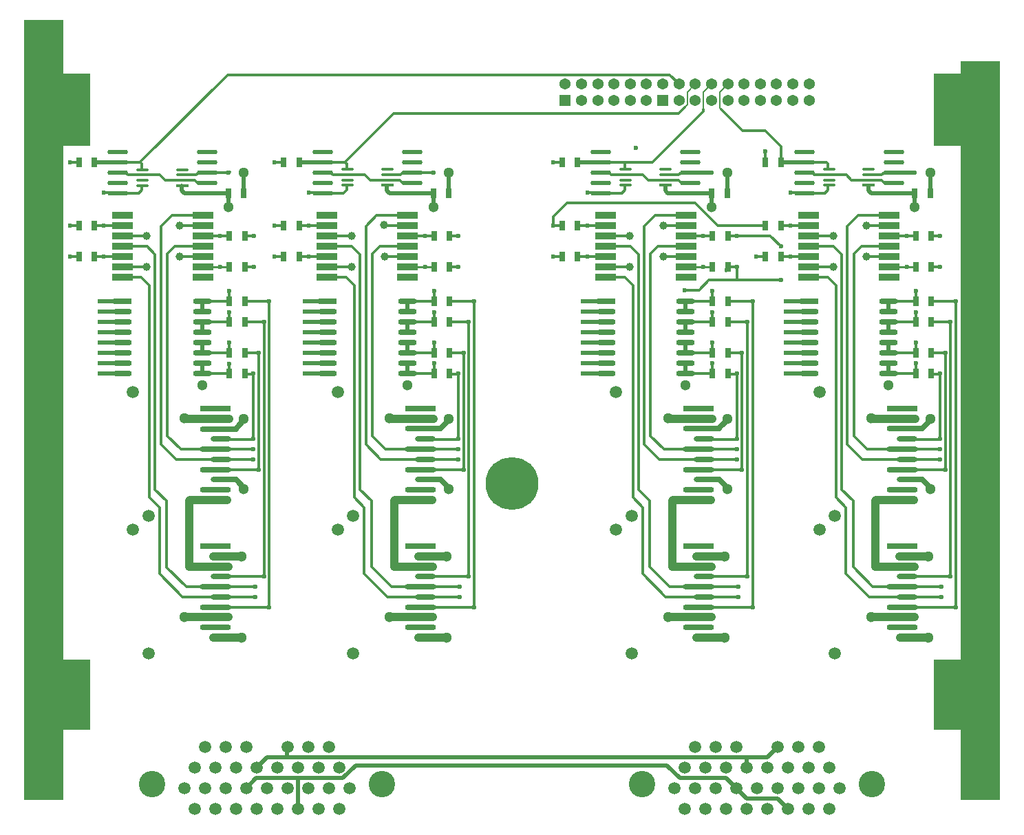
<source format=gtl>
G04*
G04 #@! TF.GenerationSoftware,Altium Limited,Altium Designer,20.1.10 (176)*
G04*
G04 Layer_Physical_Order=1*
G04 Layer_Color=5064179*
%FSAX42Y42*%
%MOMM*%
G71*
G04*
G04 #@! TF.SameCoordinates,05C6C66F-C92C-4908-9B6B-627AEAEC3FAA*
G04*
G04*
G04 #@! TF.FilePolarity,Positive*
G04*
G01*
G75*
%ADD11C,0.25*%
%ADD12C,0.20*%
%ADD37R,2.54X0.81*%
%ADD38R,0.80X1.30*%
%ADD39O,2.50X0.70*%
%ADD40O,3.80X0.70*%
%ADD41R,3.80X0.70*%
%ADD42O,2.29X0.70*%
%ADD43R,2.29X0.70*%
%ADD44O,1.50X0.38*%
%ADD45R,1.50X0.38*%
%ADD46R,2.54X0.56*%
%ADD47O,2.54X0.56*%
%ADD48C,0.30*%
%ADD49C,1.00*%
%ADD50C,0.50*%
%ADD51C,0.70*%
%ADD52C,1.50*%
%ADD53C,3.25*%
%ADD54C,1.52*%
%ADD55C,1.37*%
%ADD56R,1.37X1.37*%
%ADD57C,6.50*%
%ADD58C,6.35*%
%ADD59C,3.81*%
%ADD60C,0.60*%
%ADD61C,1.00*%
%ADD62C,1.30*%
G36*
X005326Y022675D02*
X005808D01*
Y022014D01*
X006138D01*
Y021125D01*
X005808D01*
Y014801D01*
X006138D01*
Y013937D01*
X005808D01*
Y013073D01*
X005326D01*
Y022675D01*
D02*
G37*
G36*
X017326Y022167D02*
X016843D01*
Y022014D01*
X016513D01*
Y021125D01*
X016843D01*
Y014801D01*
X016513D01*
Y013937D01*
X016843D01*
Y013073D01*
X017326D01*
Y022167D01*
D02*
G37*
D11*
X010040Y019633D02*
X010258D01*
X010367D01*
X016183D02*
X016292D01*
X015965D02*
X016183D01*
X013683D02*
X013792D01*
X013465D02*
X013683D01*
X007738Y019633D02*
X007847D01*
X007520D02*
X007738D01*
D12*
X013679Y021575D02*
Y021783D01*
X013780Y021884D01*
X013882Y021785D02*
X013980Y021884D01*
X013882Y021593D02*
Y021785D01*
Y021593D02*
X013900Y021575D01*
X013453Y021603D02*
X013482Y021632D01*
Y021785D01*
X013580Y021884D01*
D37*
X009050Y020014D02*
D03*
Y019506D02*
D03*
Y019887D02*
D03*
Y019633D02*
D03*
Y019760D02*
D03*
X010040Y019506D02*
D03*
Y019633D02*
D03*
Y019760D02*
D03*
Y019887D02*
D03*
Y020014D02*
D03*
X009050Y020268D02*
D03*
Y020141D02*
D03*
X010040D02*
D03*
Y020268D02*
D03*
X013465D02*
D03*
Y020141D02*
D03*
X012475D02*
D03*
Y020268D02*
D03*
X013465Y020014D02*
D03*
Y019887D02*
D03*
Y019760D02*
D03*
Y019633D02*
D03*
Y019506D02*
D03*
X012475Y019760D02*
D03*
Y019633D02*
D03*
Y019887D02*
D03*
Y019506D02*
D03*
Y020014D02*
D03*
X015965Y020268D02*
D03*
Y020141D02*
D03*
X014975D02*
D03*
Y020268D02*
D03*
X015965Y020014D02*
D03*
Y019887D02*
D03*
Y019760D02*
D03*
Y019633D02*
D03*
Y019506D02*
D03*
X014975Y019760D02*
D03*
Y019633D02*
D03*
Y019887D02*
D03*
Y019506D02*
D03*
Y020014D02*
D03*
X006530Y020014D02*
D03*
Y019506D02*
D03*
Y019887D02*
D03*
Y019633D02*
D03*
Y019760D02*
D03*
X007520Y019506D02*
D03*
Y019633D02*
D03*
Y019760D02*
D03*
Y019887D02*
D03*
Y020014D02*
D03*
X006530Y020268D02*
D03*
Y020141D02*
D03*
X007520D02*
D03*
Y020268D02*
D03*
D38*
X008517Y020141D02*
D03*
X008707D02*
D03*
X008517Y019760D02*
D03*
X008707D02*
D03*
X010557Y020014D02*
D03*
X010367D02*
D03*
X010357Y020543D02*
D03*
X010547D02*
D03*
X008707Y020924D02*
D03*
X008517D02*
D03*
X010367Y018319D02*
D03*
X010557D02*
D03*
X010367Y018573D02*
D03*
X010557D02*
D03*
X010367Y018954D02*
D03*
X010557D02*
D03*
X010367Y019633D02*
D03*
X010557D02*
D03*
X010367Y019208D02*
D03*
X010557D02*
D03*
X013982Y020014D02*
D03*
X013792D02*
D03*
X011942Y019760D02*
D03*
X012132D02*
D03*
X011942Y020141D02*
D03*
X012132D02*
D03*
X013972Y020543D02*
D03*
X013782D02*
D03*
X011942Y020924D02*
D03*
X012132D02*
D03*
X013792Y018319D02*
D03*
X013982D02*
D03*
X013792Y018573D02*
D03*
X013982D02*
D03*
X013792Y018954D02*
D03*
X013982D02*
D03*
Y019633D02*
D03*
X013792D02*
D03*
Y019208D02*
D03*
X013982D02*
D03*
X016482Y020014D02*
D03*
X016292D02*
D03*
X014632Y019760D02*
D03*
X014442D02*
D03*
X014632Y020141D02*
D03*
X014442D02*
D03*
X016472Y020543D02*
D03*
X016282D02*
D03*
X014442Y020924D02*
D03*
X014632D02*
D03*
X016292Y018319D02*
D03*
X016482D02*
D03*
X016292Y018573D02*
D03*
X016482D02*
D03*
X016292Y018954D02*
D03*
X016482D02*
D03*
Y019633D02*
D03*
X016292D02*
D03*
Y019208D02*
D03*
X016482D02*
D03*
X005997Y020141D02*
D03*
X006187D02*
D03*
X005997Y019760D02*
D03*
X006187D02*
D03*
X008037Y020014D02*
D03*
X007847D02*
D03*
X007837Y020542D02*
D03*
X008027D02*
D03*
X006187Y020923D02*
D03*
X005997D02*
D03*
X008037Y018319D02*
D03*
X007847D02*
D03*
X008037Y018573D02*
D03*
X007847D02*
D03*
X008037Y018954D02*
D03*
X007847D02*
D03*
Y019633D02*
D03*
X008037D02*
D03*
Y019208D02*
D03*
X007847D02*
D03*
D39*
X010262Y016071D02*
D03*
Y015821D02*
D03*
Y015571D02*
D03*
Y015321D02*
D03*
Y015071D02*
D03*
Y017766D02*
D03*
Y017516D02*
D03*
Y017266D02*
D03*
Y017016D02*
D03*
Y016766D02*
D03*
X013687Y017766D02*
D03*
Y017516D02*
D03*
Y017266D02*
D03*
Y017016D02*
D03*
Y016766D02*
D03*
Y016071D02*
D03*
Y015821D02*
D03*
Y015571D02*
D03*
Y015321D02*
D03*
Y015071D02*
D03*
X016187D02*
D03*
Y015321D02*
D03*
Y015571D02*
D03*
Y015821D02*
D03*
Y016071D02*
D03*
Y016766D02*
D03*
Y017016D02*
D03*
Y017266D02*
D03*
Y017516D02*
D03*
Y017766D02*
D03*
X007742Y015071D02*
D03*
Y015321D02*
D03*
Y015571D02*
D03*
Y015821D02*
D03*
Y016071D02*
D03*
Y016765D02*
D03*
Y017015D02*
D03*
Y017265D02*
D03*
Y017515D02*
D03*
Y017765D02*
D03*
D40*
X010197Y015946D02*
D03*
Y015696D02*
D03*
Y015446D02*
D03*
Y015196D02*
D03*
Y017641D02*
D03*
Y017391D02*
D03*
Y017141D02*
D03*
Y016891D02*
D03*
X013622Y017641D02*
D03*
Y017391D02*
D03*
Y017141D02*
D03*
Y016891D02*
D03*
Y015946D02*
D03*
Y015696D02*
D03*
Y015446D02*
D03*
Y015196D02*
D03*
X016122D02*
D03*
Y015446D02*
D03*
Y015696D02*
D03*
Y015946D02*
D03*
Y016891D02*
D03*
Y017141D02*
D03*
Y017391D02*
D03*
Y017641D02*
D03*
X007677Y015196D02*
D03*
Y015446D02*
D03*
Y015696D02*
D03*
Y015946D02*
D03*
Y016890D02*
D03*
Y017140D02*
D03*
Y017390D02*
D03*
Y017640D02*
D03*
D41*
X010197Y016196D02*
D03*
Y017891D02*
D03*
X013622D02*
D03*
Y016196D02*
D03*
X016122D02*
D03*
Y017891D02*
D03*
X007677Y016196D02*
D03*
Y017890D02*
D03*
D42*
X010034Y018319D02*
D03*
Y018446D02*
D03*
Y018573D02*
D03*
Y018700D02*
D03*
Y018827D02*
D03*
Y018954D02*
D03*
Y019081D02*
D03*
Y019208D02*
D03*
X009056Y018319D02*
D03*
Y018446D02*
D03*
Y018573D02*
D03*
Y018700D02*
D03*
Y018827D02*
D03*
Y018954D02*
D03*
Y019081D02*
D03*
X013459Y018319D02*
D03*
Y018446D02*
D03*
Y018573D02*
D03*
Y018700D02*
D03*
Y018827D02*
D03*
Y018954D02*
D03*
Y019081D02*
D03*
Y019208D02*
D03*
X012481Y018319D02*
D03*
Y018446D02*
D03*
Y018573D02*
D03*
Y018700D02*
D03*
Y018827D02*
D03*
Y018954D02*
D03*
Y019081D02*
D03*
X015959Y018319D02*
D03*
Y018446D02*
D03*
Y018573D02*
D03*
Y018700D02*
D03*
Y018827D02*
D03*
Y018954D02*
D03*
Y019081D02*
D03*
Y019208D02*
D03*
X014981Y018319D02*
D03*
Y018446D02*
D03*
Y018573D02*
D03*
Y018700D02*
D03*
Y018827D02*
D03*
Y018954D02*
D03*
Y019081D02*
D03*
X007514Y018319D02*
D03*
Y018446D02*
D03*
Y018573D02*
D03*
Y018700D02*
D03*
Y018827D02*
D03*
Y018954D02*
D03*
Y019081D02*
D03*
Y019208D02*
D03*
X006536Y018319D02*
D03*
Y018446D02*
D03*
Y018573D02*
D03*
Y018700D02*
D03*
Y018827D02*
D03*
Y018954D02*
D03*
Y019081D02*
D03*
D43*
X009056Y019208D02*
D03*
X012481D02*
D03*
X014981D02*
D03*
X006536Y019208D02*
D03*
D44*
X009300Y020833D02*
D03*
Y020768D02*
D03*
Y020703D02*
D03*
Y020638D02*
D03*
X009790Y020833D02*
D03*
Y020768D02*
D03*
Y020703D02*
D03*
X013215D02*
D03*
Y020768D02*
D03*
Y020833D02*
D03*
X012725Y020638D02*
D03*
Y020703D02*
D03*
Y020768D02*
D03*
Y020833D02*
D03*
X015225D02*
D03*
Y020768D02*
D03*
Y020703D02*
D03*
Y020638D02*
D03*
X015715Y020833D02*
D03*
Y020768D02*
D03*
Y020703D02*
D03*
X006780Y020832D02*
D03*
Y020767D02*
D03*
Y020702D02*
D03*
Y020637D02*
D03*
X007270Y020832D02*
D03*
Y020767D02*
D03*
Y020702D02*
D03*
D45*
X009790Y020638D02*
D03*
X013215D02*
D03*
X015715D02*
D03*
X007270Y020637D02*
D03*
D46*
X010095Y020543D02*
D03*
X013520D02*
D03*
X016020D02*
D03*
X007575Y020542D02*
D03*
D47*
X010095Y020670D02*
D03*
Y020796D02*
D03*
Y020924D02*
D03*
Y021051D02*
D03*
X008995Y020543D02*
D03*
Y020670D02*
D03*
Y020796D02*
D03*
Y020924D02*
D03*
Y021051D02*
D03*
X012420D02*
D03*
Y020924D02*
D03*
Y020796D02*
D03*
Y020670D02*
D03*
Y020543D02*
D03*
X013520Y021051D02*
D03*
Y020924D02*
D03*
Y020796D02*
D03*
Y020670D02*
D03*
X016020D02*
D03*
Y020796D02*
D03*
Y020924D02*
D03*
Y021051D02*
D03*
X014920Y020543D02*
D03*
Y020670D02*
D03*
Y020796D02*
D03*
Y020924D02*
D03*
Y021051D02*
D03*
X007575Y020669D02*
D03*
Y020796D02*
D03*
Y020923D02*
D03*
Y021050D02*
D03*
X006475Y020542D02*
D03*
Y020669D02*
D03*
Y020796D02*
D03*
Y020923D02*
D03*
Y021050D02*
D03*
D48*
X014100Y019475D02*
X014632D01*
X013750D02*
X014100D01*
X014091Y019484D02*
Y019633D01*
Y019484D02*
X014100Y019475D01*
X013450Y019350D02*
X013625D01*
X013750Y019475D01*
X013957Y019582D02*
Y019608D01*
X013982Y019633D01*
X014091D01*
X011831Y019760D02*
X011942D01*
X009759Y020141D02*
X010040D01*
X009750Y020150D02*
X009759Y020141D01*
X010095Y020796D02*
X010346D01*
X010350Y020800D01*
X008406Y019760D02*
X008517D01*
X008406Y020141D02*
X008517D01*
X008696Y019760D02*
X008696Y019760D01*
X008828D02*
X008828Y019760D01*
X008828Y020546D02*
X008828Y020546D01*
X009050Y019633D02*
X009053Y019630D01*
X009050Y019760D02*
X009050Y019760D01*
Y019887D02*
X009050Y019887D01*
X008991Y020546D02*
X008995Y020543D01*
X009091Y020796D02*
X009120Y020768D01*
X008985Y020796D02*
X009091D01*
X009253Y020543D02*
X009290Y020579D01*
Y020638D01*
Y020833D02*
Y020903D01*
X009604Y019793D02*
X009699Y019887D01*
X009819Y017770D02*
X009823Y017766D01*
X009780Y020768D02*
X009790D01*
X009979Y020670D02*
X010085D01*
X009979Y020796D02*
X010085D01*
X010197Y015696D02*
X010198Y015695D01*
X010195D02*
X010197Y015696D01*
X010262Y017516D02*
X010267Y017511D01*
X010683Y015695D02*
X010684Y015696D01*
X010660Y017511D02*
X010665Y017516D01*
Y017524D02*
X010670Y017519D01*
X010650Y018312D02*
X010657Y018319D01*
X010665Y018308D02*
Y018319D01*
Y018308D02*
X010674Y018316D01*
X010657Y018319D02*
X010665D01*
X010593Y018573D02*
X010730D01*
X010795Y015821D02*
X010795D01*
X008406Y020924D02*
X008517D01*
X008985D02*
X008995D01*
X009270D02*
X009290Y020903D01*
X009387Y016795D02*
X009507Y016675D01*
Y015856D02*
Y016675D01*
X009387Y016795D02*
Y019405D01*
X009454Y019789D02*
X009454Y016895D01*
X009604Y017555D02*
Y019793D01*
X010665Y017524D02*
Y018308D01*
X010730Y017141D02*
Y018573D01*
X009527Y017450D02*
Y020135D01*
X009597Y015939D02*
Y016753D01*
X010795Y015821D02*
X010795Y018954D01*
X010860Y015446D02*
Y019208D01*
X008696Y019760D02*
X008828D01*
X008696Y020141D02*
X008828D01*
X008828Y020546D02*
X008991D01*
X009356Y019887D02*
X009454Y019789D01*
X009527Y020135D02*
X009660Y020268D01*
X009577Y020703D02*
X009790D01*
X009120Y020768D02*
X009290D01*
X009300D02*
X009512D01*
X010557Y018319D02*
X010564Y018312D01*
X010650D01*
X010052Y018319D02*
X010367D01*
Y018446D01*
Y018447D02*
X010370Y018451D01*
X010052Y018573D02*
X010367D01*
X010052Y018954D02*
X010367D01*
Y019076D01*
X010034Y019208D02*
X010367D01*
Y019332D02*
X010370Y019335D01*
Y019351D01*
X010040Y020014D02*
X010258D01*
X010367D01*
X010557D02*
X010557Y020015D01*
X009946Y020703D02*
X009979Y020670D01*
X009950Y020768D02*
X009979Y020796D01*
X009507Y015856D02*
X009792Y015571D01*
X009454Y016895D02*
X009597Y016753D01*
X009604Y017555D02*
X009769Y017390D01*
X009527Y017450D02*
X009711Y017266D01*
X009285Y019506D02*
X009387Y019405D01*
X009512Y020768D02*
X009577Y020703D01*
X010367Y018573D02*
Y018701D01*
Y019208D02*
Y019332D01*
X009840Y015695D02*
X010195D01*
X009769Y017390D02*
X010197D01*
X009050Y019633D02*
X009352D01*
X008828Y019760D02*
X009050D01*
X009759Y019760D02*
X010040D01*
X009050Y019887D02*
X009356D01*
X009699D02*
X010040D01*
X009050Y020014D02*
X009352D01*
X008828Y020141D02*
X009050D01*
X009660Y020268D02*
X010040D01*
X008995Y020543D02*
X009253D01*
X009790Y020703D02*
X009946D01*
X009790Y020768D02*
X009950D01*
X010361Y017141D02*
X010730D01*
X010593Y018954D02*
X010795D01*
X010557Y019208D02*
X010860D01*
X010557Y019633D02*
X010666D01*
X010557Y020015D02*
X010666D01*
X009597Y015939D02*
X009840Y015695D01*
X009050Y019506D02*
X009285D01*
X008995Y020924D02*
X009270D01*
X010262Y015571D02*
X010684D01*
X009792D02*
X010262D01*
X010198Y015695D02*
X010683D01*
X010262Y015821D02*
X010795D01*
X010197Y017391D02*
X010665D01*
X010267Y017511D02*
X010660D01*
X010197Y015446D02*
X010860D01*
X010262Y017266D02*
X010665D01*
X009711D02*
X010262D01*
X007844Y020794D02*
X007850Y020800D01*
X007816Y020794D02*
X007844D01*
X007814Y020792D02*
X007816Y020794D01*
X007575Y020796D02*
X007579Y020792D01*
X007814D01*
X007575Y020796D02*
X007674D01*
X007239Y020141D02*
X007520D01*
X007270Y020767D02*
X007440D01*
X007469Y020796D01*
X007565D01*
X013679Y021546D02*
Y021575D01*
X012695Y020924D02*
X013056D01*
X013679Y021546D01*
X012715Y020833D02*
Y020903D01*
X014091Y020015D02*
X014503D01*
X014632Y019887D01*
X013859Y020141D02*
X014442D01*
X011831Y020142D02*
Y020256D01*
X012000Y020425D01*
X013575D01*
X013859Y020141D01*
X014162Y021312D02*
X014438D01*
X014632Y020924D02*
Y021118D01*
X014438Y021312D02*
X014632Y021118D01*
X013900Y021575D02*
X014162Y021312D01*
X013375Y021525D02*
X013453Y021603D01*
X012420Y020924D02*
X012695D01*
X012410D02*
X012420D01*
X009871Y021525D02*
X013375D01*
X009270Y020924D02*
X009871Y021525D01*
X006748Y020923D02*
X007825Y022000D01*
X013264D01*
X006475Y020923D02*
X006750D01*
X006770Y020832D02*
Y020903D01*
X013264Y022000D02*
X013380Y021884D01*
X006465Y020923D02*
X006475D01*
X014440Y021057D02*
X014441Y021056D01*
Y020924D02*
Y021056D01*
Y020924D02*
X014442Y020924D01*
X016120Y015695D02*
X016122Y015696D01*
X016123Y015695D01*
X015744Y017770D02*
X015748Y017766D01*
X016295Y019335D02*
Y019351D01*
X016292Y019332D02*
X016295Y019335D01*
X016292Y019208D02*
Y019332D01*
X016482Y019633D02*
X016591D01*
X016292Y018954D02*
Y019076D01*
Y018573D02*
Y018701D01*
Y018447D02*
X016295Y018451D01*
X016292Y018319D02*
Y018446D01*
X014753Y020546D02*
X014916D01*
X014753Y020546D02*
X014753Y020546D01*
X014916D02*
X014920Y020543D01*
X015715Y020703D02*
X015871D01*
X015904Y020670D02*
X016010D01*
X015871Y020703D02*
X015904Y020670D01*
Y020796D02*
X016010D01*
X015875Y020768D02*
X015904Y020796D01*
X015715Y020768D02*
X015875D01*
X015705D02*
X015715D01*
X015215Y020579D02*
Y020638D01*
X015178Y020543D02*
X015215Y020579D01*
X014920Y020543D02*
X015178D01*
X015437Y020768D02*
X015502Y020703D01*
X015715D01*
X015225Y020768D02*
X015437D01*
X014910Y020796D02*
X015016D01*
X015045Y020768D02*
X015215D01*
X015016Y020796D02*
X015045Y020768D01*
X015195Y020924D02*
X015215Y020903D01*
X014910Y020924D02*
X015195D01*
X015215Y020833D02*
Y020903D01*
X015959Y019208D02*
X016292D01*
X015977Y018954D02*
X016292D01*
X015977Y018573D02*
X016292D01*
X015977Y018319D02*
X016292D01*
X016482Y020015D02*
X016591D01*
X016482Y020014D02*
X016482Y020015D01*
X014621Y019760D02*
X014621Y019760D01*
X014331Y019760D02*
X014442D01*
X015585Y020268D02*
X015965D01*
X015452Y020135D02*
X015585Y020268D01*
X015452Y017450D02*
Y020135D01*
X015636Y017266D02*
X016187D01*
X015452Y017450D02*
X015636Y017266D01*
X015624Y019887D02*
X015965D01*
X015529Y019793D02*
X015624Y019887D01*
X015529Y017555D02*
Y019793D01*
X015694Y017390D02*
X016122D01*
X015529Y017555D02*
X015694Y017390D01*
X014975Y019633D02*
X015277D01*
X014975D02*
X014978Y019630D01*
X015281Y019887D02*
X015379Y019789D01*
X014975Y019887D02*
X015281D01*
X015379Y019789D02*
X015379Y016895D01*
X014975Y019887D02*
X014975Y019887D01*
X015522Y015939D02*
X015765Y015695D01*
X016120D01*
X015379Y016895D02*
X015522Y016753D01*
Y015939D02*
Y016753D01*
X015210Y019506D02*
X015312Y019405D01*
Y016795D02*
Y019405D01*
X014975Y019506D02*
X015210D01*
X015432Y015856D02*
X015717Y015571D01*
X016187D01*
X015312Y016795D02*
X015432Y016675D01*
Y015856D02*
Y016675D01*
X014975Y020014D02*
X015277D01*
X016183D02*
X016292D01*
X015965D02*
X016183D01*
X015684Y019760D02*
X015965D01*
X014975Y019760D02*
X014975Y019760D01*
X014753Y019760D02*
X014975D01*
X014753Y019760D02*
X014753Y019760D01*
X014621Y019760D02*
X014753D01*
X015684Y020141D02*
X015965D01*
X014753D02*
X014975D01*
X014621D02*
X014753D01*
X016187Y017266D02*
X016590D01*
X016518Y018573D02*
X016655D01*
Y017141D02*
Y018573D01*
X016286Y017141D02*
X016655D01*
X016122Y017391D02*
X016590D01*
X016582Y018319D02*
X016590D01*
Y018308D02*
X016599Y018316D01*
X016590Y018308D02*
Y018319D01*
X016575Y018312D02*
X016582Y018319D01*
X016489Y018312D02*
X016575D01*
X016590Y017524D02*
Y018308D01*
Y017524D02*
X016595Y017519D01*
X016585Y017511D02*
X016590Y017516D01*
X016482Y018319D02*
X016489Y018312D01*
X016192Y017511D02*
X016585D01*
X016187Y017516D02*
X016192Y017511D01*
X016482Y019208D02*
X016785D01*
Y015446D02*
Y019208D01*
X016122Y015446D02*
X016785D01*
X016187Y015571D02*
X016609D01*
X016518Y018954D02*
X016720D01*
X016720Y015821D02*
X016720D01*
X016720D02*
X016720Y018954D01*
X016187Y015821D02*
X016720D01*
X016608Y015695D02*
X016609Y015696D01*
X016123Y015695D02*
X016608D01*
X013620D02*
X013622Y015696D01*
X013623Y015695D01*
X013244Y017770D02*
X013248Y017766D01*
X013795Y019335D02*
Y019351D01*
X013792Y019332D02*
X013795Y019335D01*
X013792Y019208D02*
Y019332D01*
Y018954D02*
Y019076D01*
Y018573D02*
Y018701D01*
Y018447D02*
X013795Y018451D01*
X013792Y018319D02*
Y018446D01*
X011831Y020924D02*
X011942D01*
X012253Y020546D02*
X012416D01*
X012253Y020546D02*
X012253Y020546D01*
X012416D02*
X012420Y020543D01*
X013215Y020703D02*
X013371D01*
X013404Y020670D02*
X013510D01*
X013371Y020703D02*
X013404Y020670D01*
Y020796D02*
X013510D01*
X013375Y020768D02*
X013404Y020796D01*
X013215Y020768D02*
X013375D01*
X013205D02*
X013215D01*
X012715Y020579D02*
Y020638D01*
X012678Y020543D02*
X012715Y020579D01*
X012420Y020543D02*
X012678D01*
X012937Y020768D02*
X013002Y020703D01*
X013215D01*
X012725Y020768D02*
X012937D01*
X012410Y020796D02*
X012516D01*
X012545Y020768D02*
X012715D01*
X012516Y020796D02*
X012545Y020768D01*
X012695Y020924D02*
X012715Y020903D01*
X013459Y019208D02*
X013792D01*
X013477Y018954D02*
X013792D01*
X013477Y018573D02*
X013792D01*
X013477Y018319D02*
X013792D01*
X013982Y020015D02*
X014091D01*
X013982Y020014D02*
X013982Y020015D01*
X012121Y019760D02*
X012121Y019760D01*
X011831Y020141D02*
X011942D01*
X013085Y020268D02*
X013465D01*
X012952Y020135D02*
X013085Y020268D01*
X012952Y017450D02*
Y020135D01*
X013136Y017266D02*
X013687D01*
X012952Y017450D02*
X013136Y017266D01*
X013124Y019887D02*
X013465D01*
X013029Y019793D02*
X013124Y019887D01*
X013029Y017555D02*
Y019793D01*
X013194Y017390D02*
X013622D01*
X013029Y017555D02*
X013194Y017390D01*
X012475Y019633D02*
X012777D01*
X012475D02*
X012478Y019630D01*
X012781Y019887D02*
X012879Y019789D01*
X012475Y019887D02*
X012781D01*
X012879Y019789D02*
X012879Y016895D01*
X012475Y019887D02*
X012475Y019887D01*
X013022Y015939D02*
X013265Y015695D01*
X013620D01*
X012879Y016895D02*
X013022Y016753D01*
Y015939D02*
Y016753D01*
X012710Y019506D02*
X012812Y019405D01*
Y016795D02*
Y019405D01*
X012475Y019506D02*
X012710D01*
X012932Y015856D02*
X013217Y015571D01*
X013687D01*
X012812Y016795D02*
X012932Y016675D01*
Y015856D02*
Y016675D01*
X012475Y020014D02*
X012777D01*
X013683D02*
X013792D01*
X013465D02*
X013683D01*
X013184Y019760D02*
X013465D01*
X012475Y019760D02*
X012475Y019760D01*
X012253Y019760D02*
X012475D01*
X012253Y019760D02*
X012253Y019760D01*
X012121Y019760D02*
X012253D01*
X013184Y020141D02*
X013465D01*
X012253D02*
X012475D01*
X012121D02*
X012253D01*
X013687Y017266D02*
X014090D01*
X014018Y018573D02*
X014155D01*
Y017141D02*
Y018573D01*
X013786Y017141D02*
X014155D01*
X013622Y017391D02*
X014090D01*
X014082Y018319D02*
X014090D01*
Y018308D02*
X014099Y018316D01*
X014090Y018308D02*
Y018319D01*
X014075Y018312D02*
X014082Y018319D01*
X013989Y018312D02*
X014075D01*
X014090Y017524D02*
Y018308D01*
Y017524D02*
X014095Y017519D01*
X014085Y017511D02*
X014090Y017516D01*
X013982Y018319D02*
X013989Y018312D01*
X013692Y017511D02*
X014085D01*
X013687Y017516D02*
X013692Y017511D01*
X013982Y019208D02*
X014285D01*
Y015446D02*
Y019208D01*
X013622Y015446D02*
X014285D01*
X013687Y015571D02*
X014109D01*
X014018Y018954D02*
X014220D01*
X014220Y015821D02*
X014220D01*
X014220D02*
X014220Y018954D01*
X013687Y015821D02*
X014220D01*
X014108Y015695D02*
X014109Y015696D01*
X013623Y015695D02*
X014108D01*
X006471Y020546D02*
X006475Y020542D01*
X006308Y020546D02*
X006308Y020546D01*
X006471D01*
X006475Y020542D02*
X006733D01*
X007270Y020702D02*
X007426D01*
X007057D02*
X007270D01*
X006992Y020767D02*
X007057Y020702D01*
X006780Y020767D02*
X006992D01*
X007742Y015821D02*
X008275D01*
X007677Y015446D02*
X008340D01*
X008275Y015821D02*
X008275D01*
X008340Y015446D02*
Y019208D01*
X007678Y015695D02*
X008163D01*
X007677Y015696D02*
X007678Y015695D01*
X008163D02*
X008164Y015696D01*
X005886Y020923D02*
X005997D01*
X007260Y020767D02*
X007270D01*
X007850Y019335D02*
Y019350D01*
X007847Y019332D02*
X007850Y019335D01*
X007847Y019208D02*
Y019332D01*
Y018954D02*
Y019075D01*
Y018319D02*
Y018445D01*
Y018447D02*
X007850Y018450D01*
X007847Y018573D02*
Y018700D01*
X007514Y019208D02*
X007847D01*
X008037Y020015D02*
X008146D01*
X008037Y020014D02*
X008037Y020015D01*
X005886Y020141D02*
X005997D01*
X008037Y019208D02*
X008340D01*
X008037Y019633D02*
X008146D01*
X007459Y020669D02*
X007565D01*
X007426Y020702D02*
X007459Y020669D01*
X006770Y020579D02*
Y020637D01*
X006733Y020542D02*
X006770Y020579D01*
X006600Y020767D02*
X006770D01*
X006465Y020796D02*
X006571D01*
X006600Y020767D01*
X006750Y020923D02*
X006770Y020903D01*
X007532Y018319D02*
X007847D01*
X007532Y018573D02*
X007847D01*
X007532Y018954D02*
X007847D01*
X007675Y015695D02*
X007677Y015696D01*
X007299Y017770D02*
X007303Y017765D01*
X005886Y019760D02*
X005997D01*
X006176D02*
X006176Y019759D01*
X006765Y019506D02*
X006867Y019405D01*
Y016795D02*
Y019405D01*
X006530Y019506D02*
X006765D01*
X006987Y015856D02*
X007272Y015571D01*
X007742D01*
X006867Y016795D02*
X006987Y016674D01*
Y015856D02*
Y016674D01*
X006836Y019887D02*
X006934Y019789D01*
X006530Y019887D02*
X006836D01*
X006934Y019789D02*
X006934Y016895D01*
X006530Y019887D02*
X006530Y019887D01*
X007077Y015938D02*
X007320Y015695D01*
X007675D01*
X006934Y016895D02*
X007077Y016752D01*
Y015938D02*
Y016752D01*
X006530Y019633D02*
X006832D01*
X006530D02*
X006533Y019629D01*
X007179Y019887D02*
X007520D01*
X007084Y019792D02*
X007179Y019887D01*
X007084Y017554D02*
Y019792D01*
X007249Y017390D02*
X007677D01*
X007084Y017554D02*
X007249Y017390D01*
X007140Y020268D02*
X007520D01*
X007007Y020135D02*
X007140Y020268D01*
X007007Y017450D02*
Y020135D01*
X007191Y017265D02*
X007742D01*
X007007Y017450D02*
X007191Y017265D01*
X006308Y020141D02*
X006530D01*
X006176D02*
X006308D01*
X006529Y019760D02*
X006530Y019760D01*
X006308Y019760D02*
X006529D01*
X006308Y019759D02*
X006308Y019760D01*
X006176Y019759D02*
X006308D01*
X007239Y019760D02*
X007520D01*
X007738Y020014D02*
X007847D01*
X007520D02*
X007738D01*
X006530D02*
X006832D01*
X008073Y018573D02*
X008210D01*
Y017140D02*
Y018573D01*
X007841Y017140D02*
X008210D01*
X007742Y017265D02*
X008145D01*
X008137Y018319D02*
X008145D01*
Y018307D02*
X008154Y018316D01*
X008145Y018307D02*
Y018319D01*
X008130Y018312D02*
X008137Y018319D01*
X008044Y018312D02*
X008130D01*
X008145Y017523D02*
Y018307D01*
Y017523D02*
X008150Y017518D01*
X008140Y017510D02*
X008145Y017515D01*
X008037Y018319D02*
X008044Y018312D01*
X007747Y017510D02*
X008140D01*
X007742Y017515D02*
X007747Y017510D01*
X007677Y017390D02*
X008145D01*
X007742Y015571D02*
X008164D01*
X008073Y018954D02*
X008275D01*
X008275Y015821D02*
X008275Y018954D01*
D49*
X009819Y015323D02*
X009820Y015321D01*
X009874Y016758D02*
X009882Y016766D01*
X009874Y015946D02*
Y016758D01*
X010262Y015321D02*
X010353D01*
X010197Y015946D02*
X010353D01*
X010262Y016766D02*
X010344D01*
X010262Y017766D02*
X010362D01*
X010172Y015070D02*
X010518D01*
X010520Y015071D01*
X010170Y016071D02*
X010262D01*
X010520D01*
X009874Y015946D02*
X010197D01*
X009820Y015321D02*
X010262D01*
X009882Y016766D02*
X010262D01*
X009823Y017766D02*
X010262D01*
X016187D02*
X016287D01*
X016187Y016766D02*
X016269D01*
X016187Y016071D02*
X016445D01*
X016095D02*
X016187D01*
X016122Y015946D02*
X016278D01*
X015807Y016766D02*
X016187D01*
X015799Y016758D02*
X015807Y016766D01*
X015799Y015946D02*
X016122D01*
X015799D02*
Y016758D01*
X016187Y015321D02*
X016278D01*
X015748Y017766D02*
X016187D01*
X015745Y015321D02*
X016187D01*
X015744Y015323D02*
X015745Y015321D01*
X016443Y015070D02*
X016445Y015071D01*
X016097Y015070D02*
X016443D01*
X013687Y017766D02*
X013787D01*
X013687Y016766D02*
X013769D01*
X013687Y016071D02*
X013945D01*
X013595D02*
X013687D01*
X013622Y015946D02*
X013778D01*
X013307Y016766D02*
X013687D01*
X013299Y016758D02*
X013307Y016766D01*
X013299Y015946D02*
X013622D01*
X013299D02*
Y016758D01*
X013687Y015321D02*
X013778D01*
X013248Y017766D02*
X013687D01*
X013245Y015321D02*
X013687D01*
X013244Y015323D02*
X013245Y015321D01*
X013943Y015070D02*
X013945Y015071D01*
X013597Y015070D02*
X013943D01*
X007742Y016071D02*
X008000D01*
X007650D02*
X007742D01*
X007299Y015322D02*
X007300Y015321D01*
X007677Y015946D02*
X007833D01*
X007354D02*
X007677D01*
X007652Y015069D02*
X007998D01*
X008000Y015071D01*
X007354Y015946D02*
Y016758D01*
X007742Y016765D02*
X007824D01*
X007362D02*
X007742D01*
X007354Y016758D02*
X007362Y016765D01*
X007742Y017765D02*
X007842D01*
X007742Y015321D02*
X007833D01*
X007303Y017765D02*
X007742D01*
X007300Y015321D02*
X007742D01*
D50*
X009784Y020575D02*
Y020633D01*
X010034Y018319D02*
Y018446D01*
X010085Y020796D02*
X010086Y020798D01*
X010095Y020796D02*
X010096Y020797D01*
X008984Y020922D02*
X008985Y020924D01*
X009784Y020575D02*
X009817Y020543D01*
X010034Y018573D02*
Y018700D01*
Y018827D02*
Y018954D01*
Y019081D02*
Y019208D01*
X010357Y020375D02*
X010357Y020375D01*
X008719Y020918D02*
X008724Y020922D01*
X008984D01*
X010095Y020543D02*
X010357D01*
X010547D02*
Y020798D01*
X010357Y020375D02*
Y020543D01*
X008774Y018319D02*
X009074D01*
X008774Y018446D02*
X009074D01*
X008774Y018573D02*
X009074D01*
X008774Y018827D02*
X009074D01*
X008774Y018954D02*
X009074D01*
X008774Y019208D02*
X009074D01*
X008774Y018700D02*
X009074D01*
X008774Y019081D02*
X009074D01*
X009817Y020543D02*
X010095D01*
X007565Y020796D02*
X007565Y020796D01*
X016011Y020798D02*
X016282D01*
X013511D02*
X013782D01*
X016282Y020375D02*
Y020543D01*
X016282Y020375D02*
X016282Y020375D01*
X014909Y020922D02*
X014910Y020924D01*
X014649Y020922D02*
X014909D01*
X014644Y020918D02*
X014649Y020922D01*
X016472Y020543D02*
Y020798D01*
X016010Y020796D02*
X016011Y020798D01*
X016020Y020543D02*
X016282D01*
X015709Y020575D02*
Y020633D01*
Y020575D02*
X015742Y020543D01*
X016020D01*
X015959Y019081D02*
Y019208D01*
Y018827D02*
Y018954D01*
Y018573D02*
Y018700D01*
Y018319D02*
Y018446D01*
X014699Y019208D02*
X014999D01*
X014699Y019081D02*
X014999D01*
X014699Y018954D02*
X014999D01*
X014699Y018827D02*
X014999D01*
X014699Y018700D02*
X014999D01*
X014699Y018573D02*
X014999D01*
X014699Y018446D02*
X014999D01*
X014699Y018319D02*
X014999D01*
X013782Y020375D02*
Y020543D01*
X013782Y020375D02*
X013782Y020375D01*
X012409Y020922D02*
X012410Y020924D01*
X012149Y020922D02*
X012409D01*
X012144Y020918D02*
X012149Y020922D01*
X013972Y020543D02*
Y020798D01*
X013510Y020796D02*
X013511Y020798D01*
X013520Y020543D02*
X013782D01*
X013209Y020575D02*
Y020633D01*
Y020575D02*
X013242Y020543D01*
X013520D01*
X013459Y019081D02*
Y019208D01*
Y018827D02*
Y018954D01*
Y018573D02*
Y018700D01*
Y018319D02*
Y018446D01*
X012199Y019208D02*
X012499D01*
X012199Y019081D02*
X012499D01*
X012199Y018954D02*
X012499D01*
X012199Y018827D02*
X012499D01*
X012199Y018700D02*
X012499D01*
X012199Y018573D02*
X012499D01*
X012199Y018446D02*
X012499D01*
X012199Y018319D02*
X012499D01*
X008308Y013597D02*
X008560D01*
Y013600D02*
Y013722D01*
Y013597D02*
Y013600D01*
X014213D01*
X008560Y013722D02*
X008562Y013724D01*
X014470Y013600D02*
X014594Y013724D01*
X008181Y013470D02*
X008308Y013597D01*
X014213Y013600D02*
X014470D01*
X014213Y013470D02*
Y013600D01*
X008689Y012962D02*
Y013320D01*
X008054Y013216D02*
X008178Y013340D01*
X013230Y013500D02*
X013390Y013340D01*
X014086Y013216D02*
X014213Y013089D01*
X009240Y013340D02*
X009400Y013500D01*
X013230Y013500D01*
X014594Y013089D02*
X014721Y012962D01*
X008709Y013340D02*
X009240D01*
X013962D02*
X014086Y013216D01*
X014213Y013089D02*
X014594D01*
X008178Y013340D02*
X008709D01*
X008689Y013320D02*
X008709Y013340D01*
X013390D02*
X013962D01*
X007514Y019081D02*
Y019208D01*
Y018827D02*
Y018954D01*
Y018573D02*
Y018700D01*
Y018319D02*
Y018446D01*
X007575Y020542D02*
X007837D01*
X007297D02*
X007575D01*
X007837Y020374D02*
Y020542D01*
X007837Y020374D02*
X007837Y020374D01*
X008027Y020542D02*
Y020797D01*
X007264Y020574D02*
Y020633D01*
Y020574D02*
X007297Y020542D01*
X006464Y020922D02*
X006465Y020923D01*
X006204Y020922D02*
X006464D01*
X006199Y020917D02*
X006204Y020922D01*
X006254Y019208D02*
X006554D01*
X006254Y019081D02*
X006554D01*
X006254Y018954D02*
X006554D01*
X006254Y018827D02*
X006554D01*
X006254Y018700D02*
X006554D01*
X006254Y018573D02*
X006554D01*
X006254Y018446D02*
X006554D01*
X006254Y018319D02*
X006554D01*
D51*
X010262Y017016D02*
X010446D01*
X010199Y017641D02*
X010446D01*
Y017016D02*
X010564Y016898D01*
X010444Y017641D02*
X010564Y017761D01*
X016369Y017641D02*
X016489Y017761D01*
X016124Y017641D02*
X016371D01*
Y017016D02*
X016489Y016898D01*
X016187Y017016D02*
X016371D01*
X013869Y017641D02*
X013989Y017761D01*
X013624Y017641D02*
X013871D01*
Y017016D02*
X013989Y016898D01*
X013687Y017016D02*
X013871D01*
X007924Y017640D02*
X008044Y017760D01*
X007678Y017640D02*
X007926D01*
Y017015D02*
X008044Y016897D01*
X007742Y017015D02*
X007926D01*
D52*
X009371Y014875D02*
D03*
X009181Y016399D02*
D03*
X009371Y016569D02*
D03*
X009181Y018093D02*
D03*
X012796Y016569D02*
D03*
X012606Y018093D02*
D03*
X012796Y014875D02*
D03*
X012606Y016399D02*
D03*
X015106D02*
D03*
X015296Y014875D02*
D03*
X015106Y018093D02*
D03*
X015296Y016569D02*
D03*
X006661Y016398D02*
D03*
X006851Y014874D02*
D03*
X006661Y018093D02*
D03*
X006851Y016569D02*
D03*
D53*
X006893Y013267D02*
D03*
X009725D02*
D03*
X012925D02*
D03*
X015757D02*
D03*
D54*
X008435Y013470D02*
D03*
X007673D02*
D03*
X007927D02*
D03*
X008181D02*
D03*
X007419D02*
D03*
X008689D02*
D03*
X008943D02*
D03*
X009197D02*
D03*
X008054Y013216D02*
D03*
X009324D02*
D03*
X007292D02*
D03*
X007546D02*
D03*
X007800D02*
D03*
X008308D02*
D03*
X008562D02*
D03*
X008816D02*
D03*
X009070D02*
D03*
X007419Y012962D02*
D03*
X007673D02*
D03*
X007927D02*
D03*
X008181D02*
D03*
X008435D02*
D03*
X008689D02*
D03*
X008943D02*
D03*
X009197D02*
D03*
X008562Y013724D02*
D03*
X007800D02*
D03*
X008054D02*
D03*
X007546D02*
D03*
X008816D02*
D03*
X009070D02*
D03*
X014467Y013470D02*
D03*
X013705D02*
D03*
X013959D02*
D03*
X014213D02*
D03*
X013451D02*
D03*
X014721D02*
D03*
X014975D02*
D03*
X015229D02*
D03*
X014086Y013216D02*
D03*
X015356D02*
D03*
X013324D02*
D03*
X013578D02*
D03*
X013832D02*
D03*
X014340D02*
D03*
X014594D02*
D03*
X014848D02*
D03*
X015102D02*
D03*
X013451Y012962D02*
D03*
X013705D02*
D03*
X013959D02*
D03*
X014213D02*
D03*
X014467D02*
D03*
X014721D02*
D03*
X014975D02*
D03*
X015229D02*
D03*
X014594Y013724D02*
D03*
X013832D02*
D03*
X014086D02*
D03*
X013578D02*
D03*
X014848D02*
D03*
X015102D02*
D03*
D55*
X014980Y021884D02*
D03*
X014780D02*
D03*
X014580D02*
D03*
X014180Y021684D02*
D03*
X014380Y021884D02*
D03*
Y021684D02*
D03*
X014180Y021884D02*
D03*
X013180D02*
D03*
X013380Y021684D02*
D03*
Y021884D02*
D03*
X013580D02*
D03*
X013780D02*
D03*
X013980Y021684D02*
D03*
Y021884D02*
D03*
X013580Y021684D02*
D03*
X013780D02*
D03*
X014980D02*
D03*
X014780D02*
D03*
X014580D02*
D03*
X012780Y021884D02*
D03*
Y021684D02*
D03*
X012580Y021884D02*
D03*
Y021684D02*
D03*
X012380Y021884D02*
D03*
Y021684D02*
D03*
X012180Y021884D02*
D03*
Y021684D02*
D03*
X011980Y021884D02*
D03*
X012980D02*
D03*
Y021684D02*
D03*
D56*
X013180D02*
D03*
X011980D02*
D03*
D57*
X011326Y016967D02*
D03*
D58*
X016926Y021567D02*
D03*
Y014367D02*
D03*
X005726D02*
D03*
Y021567D02*
D03*
D59*
X017076Y016467D02*
D03*
Y019467D02*
D03*
X005576D02*
D03*
X005576Y016467D02*
D03*
D60*
X013450Y019350D02*
D03*
X013792Y019335D02*
D03*
X011831Y019760D02*
D03*
X012850Y021100D02*
D03*
X010357Y020796D02*
D03*
X008406Y019760D02*
D03*
X008828Y019760D02*
D03*
X010258Y019633D02*
D03*
Y020014D02*
D03*
X010684Y015571D02*
D03*
Y015696D02*
D03*
X010665Y017391D02*
D03*
Y017516D02*
D03*
X010666Y019633D02*
D03*
Y020015D02*
D03*
X010860Y019208D02*
D03*
X008406Y020141D02*
D03*
Y020924D02*
D03*
X008828Y020141D02*
D03*
Y020546D02*
D03*
X010665Y017266D02*
D03*
Y018319D02*
D03*
X010860Y015446D02*
D03*
X008774Y018446D02*
D03*
Y018573D02*
D03*
Y018827D02*
D03*
Y018954D02*
D03*
Y019208D02*
D03*
X010367Y018446D02*
D03*
X010730Y017141D02*
D03*
Y018573D02*
D03*
X010795Y018954D02*
D03*
X008774Y018319D02*
D03*
Y018700D02*
D03*
Y019081D02*
D03*
X010367Y018701D02*
D03*
Y019076D02*
D03*
Y019335D02*
D03*
X010795Y015821D02*
D03*
X007837Y020796D02*
D03*
X014632Y019887D02*
D03*
Y019475D02*
D03*
X014442Y021057D02*
D03*
X016292Y019335D02*
D03*
X016591Y019633D02*
D03*
X016292Y019076D02*
D03*
Y018701D02*
D03*
Y018446D02*
D03*
X014753Y020546D02*
D03*
X016282Y020798D02*
D03*
X014699Y019208D02*
D03*
Y019081D02*
D03*
Y018954D02*
D03*
Y018827D02*
D03*
Y018700D02*
D03*
Y018573D02*
D03*
Y018446D02*
D03*
Y018319D02*
D03*
X016591Y020015D02*
D03*
X014331Y019760D02*
D03*
X016183Y019633D02*
D03*
Y020014D02*
D03*
X014753Y019760D02*
D03*
Y020141D02*
D03*
X016590Y017266D02*
D03*
X016655Y018573D02*
D03*
Y017141D02*
D03*
X016590Y017391D02*
D03*
Y018319D02*
D03*
Y017516D02*
D03*
X016785Y019208D02*
D03*
Y015446D02*
D03*
X016609Y015571D02*
D03*
X016720Y018954D02*
D03*
Y015821D02*
D03*
X016609Y015696D02*
D03*
X014091Y019633D02*
D03*
X013792Y019076D02*
D03*
Y018701D02*
D03*
Y018446D02*
D03*
X011831Y020924D02*
D03*
X012253Y020546D02*
D03*
X013782Y020798D02*
D03*
X012199Y019208D02*
D03*
Y019081D02*
D03*
Y018954D02*
D03*
Y018827D02*
D03*
Y018700D02*
D03*
Y018573D02*
D03*
Y018446D02*
D03*
Y018319D02*
D03*
X014091Y020015D02*
D03*
X011831Y020141D02*
D03*
X013683Y019633D02*
D03*
Y020014D02*
D03*
X012253Y019760D02*
D03*
Y020141D02*
D03*
X014090Y017266D02*
D03*
X014155Y018573D02*
D03*
Y017141D02*
D03*
X014090Y017391D02*
D03*
Y018319D02*
D03*
Y017516D02*
D03*
X014285Y019208D02*
D03*
Y015446D02*
D03*
X014109Y015571D02*
D03*
X014220Y018954D02*
D03*
Y015821D02*
D03*
X014109Y015696D02*
D03*
X006308Y020546D02*
D03*
X008275Y015821D02*
D03*
X008164Y015696D02*
D03*
X005886Y020923D02*
D03*
X007847Y018445D02*
D03*
Y019075D02*
D03*
Y018700D02*
D03*
Y019335D02*
D03*
X008146Y020015D02*
D03*
X005886Y019760D02*
D03*
Y020141D02*
D03*
X008340Y019208D02*
D03*
Y015446D02*
D03*
X008146Y019633D02*
D03*
X006254Y019208D02*
D03*
Y019081D02*
D03*
Y018954D02*
D03*
Y018827D02*
D03*
Y018700D02*
D03*
Y018573D02*
D03*
Y018446D02*
D03*
Y018319D02*
D03*
X006308Y020141D02*
D03*
Y019759D02*
D03*
X007738Y020014D02*
D03*
Y019633D02*
D03*
X008210Y018573D02*
D03*
Y017140D02*
D03*
X008145Y017265D02*
D03*
Y018319D02*
D03*
Y017515D02*
D03*
Y017390D02*
D03*
X008164Y015571D02*
D03*
X008275Y018954D02*
D03*
D61*
X009750Y020150D02*
D03*
X009352Y019633D02*
D03*
Y020014D02*
D03*
X009759Y019760D02*
D03*
X015277Y019633D02*
D03*
Y020014D02*
D03*
X015684Y019760D02*
D03*
Y020141D02*
D03*
X012777Y019633D02*
D03*
Y020014D02*
D03*
X013184Y019760D02*
D03*
Y020141D02*
D03*
X006832Y019633D02*
D03*
X007239Y020141D02*
D03*
Y019760D02*
D03*
X006832Y020014D02*
D03*
D62*
X010034Y018176D02*
D03*
X010547Y017761D02*
D03*
X010520Y015071D02*
D03*
Y016071D02*
D03*
X010547Y016898D02*
D03*
Y020798D02*
D03*
X010357Y020375D02*
D03*
X009819Y015321D02*
D03*
Y017770D02*
D03*
X016472Y017761D02*
D03*
Y016898D02*
D03*
X016445Y016071D02*
D03*
X015744Y017770D02*
D03*
Y015321D02*
D03*
X016445Y015071D02*
D03*
X016282Y020375D02*
D03*
X016472Y020798D02*
D03*
X015959Y018176D02*
D03*
X013972Y017761D02*
D03*
Y016898D02*
D03*
X013945Y016071D02*
D03*
X013244Y017770D02*
D03*
Y015321D02*
D03*
X013945Y015071D02*
D03*
X013782Y020375D02*
D03*
X013972Y020798D02*
D03*
X013459Y018176D02*
D03*
X008000Y015071D02*
D03*
Y016071D02*
D03*
X008027Y020797D02*
D03*
X007514Y018176D02*
D03*
X007837Y020374D02*
D03*
X008027Y017760D02*
D03*
Y016897D02*
D03*
X007299Y017770D02*
D03*
Y015321D02*
D03*
M02*

</source>
